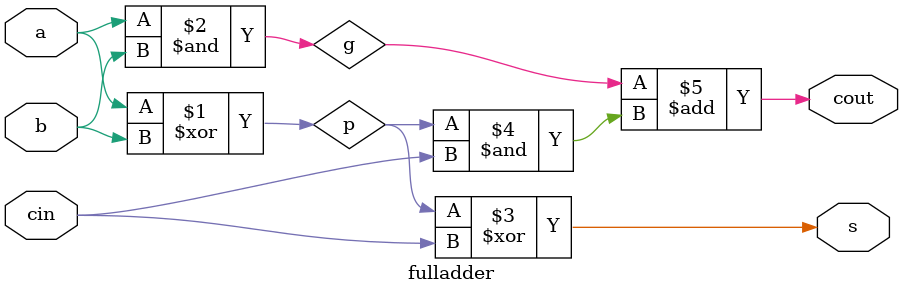
<source format=sv>
module fulladder(
	input logic a, input logic b, input logic cin,
	output logic s, output logic cout
);
	
	//case1
	assign p=a^b;
	assign g=a&b;
	
	assign s= p^cin;
	assign cout= g+ (p&cin);
	
	
	
	//case2
//	logic p, g;
//	always_comb
//	begin
//		p = a ^ b;
//		g = a & b;
//		s = p ^ cin;
//		cout = g | (p & cin);
//	end
endmodule
</source>
